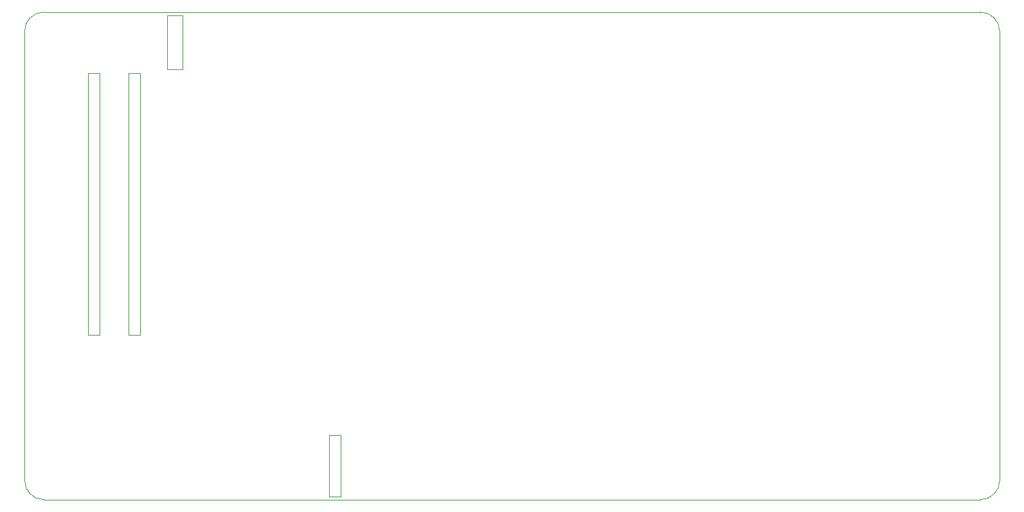
<source format=gbr>
%TF.GenerationSoftware,KiCad,Pcbnew,(5.1.4-0-10_14)*%
%TF.CreationDate,2019-11-24T22:14:09+02:00*%
%TF.ProjectId,READY,52454144-592e-46b6-9963-61645f706362,3.0*%
%TF.SameCoordinates,Original*%
%TF.FileFunction,Profile,NP*%
%FSLAX46Y46*%
G04 Gerber Fmt 4.6, Leading zero omitted, Abs format (unit mm)*
G04 Created by KiCad (PCBNEW (5.1.4-0-10_14)) date 2019-11-24 22:14:09*
%MOMM*%
%LPD*%
G04 APERTURE LIST*
%ADD10C,0.050000*%
G04 APERTURE END LIST*
D10*
X101600000Y-58420000D02*
X99568000Y-58420000D01*
X101600000Y-65532000D02*
X101600000Y-58420000D01*
X99568000Y-65532000D02*
X101600000Y-65532000D01*
X99568000Y-58420000D02*
X99568000Y-65532000D01*
X96012000Y-100584000D02*
X96012000Y-66040000D01*
X94488000Y-100584000D02*
X96012000Y-100584000D01*
X94488000Y-66040000D02*
X94488000Y-100584000D01*
X96012000Y-66040000D02*
X94488000Y-66040000D01*
X120904000Y-113792000D02*
X122428000Y-113792000D01*
X120904000Y-121920000D02*
X120904000Y-113792000D01*
X122428000Y-121920000D02*
X120904000Y-121920000D01*
X122428000Y-113792000D02*
X122428000Y-121920000D01*
X89154000Y-100584000D02*
X89154000Y-66040000D01*
X90678000Y-100584000D02*
X89154000Y-100584000D01*
X90678000Y-66040000D02*
X90678000Y-100584000D01*
X89154000Y-66040000D02*
X90678000Y-66040000D01*
X80823000Y-60501000D02*
G75*
G02X83363000Y-57961000I2540000J0D01*
G01*
X206723000Y-57961000D02*
G75*
G02X209263000Y-60501000I0J-2540000D01*
G01*
X209263000Y-119757200D02*
G75*
G02X206723000Y-122297200I-2540000J0D01*
G01*
X83363000Y-122297200D02*
G75*
G02X80823000Y-119757200I0J2540000D01*
G01*
X206723000Y-57961000D02*
X83363000Y-57961000D01*
X209263000Y-119757200D02*
X209263000Y-60501000D01*
X83363000Y-122297200D02*
X206723000Y-122297200D01*
X80823000Y-60501000D02*
X80823000Y-119757200D01*
M02*

</source>
